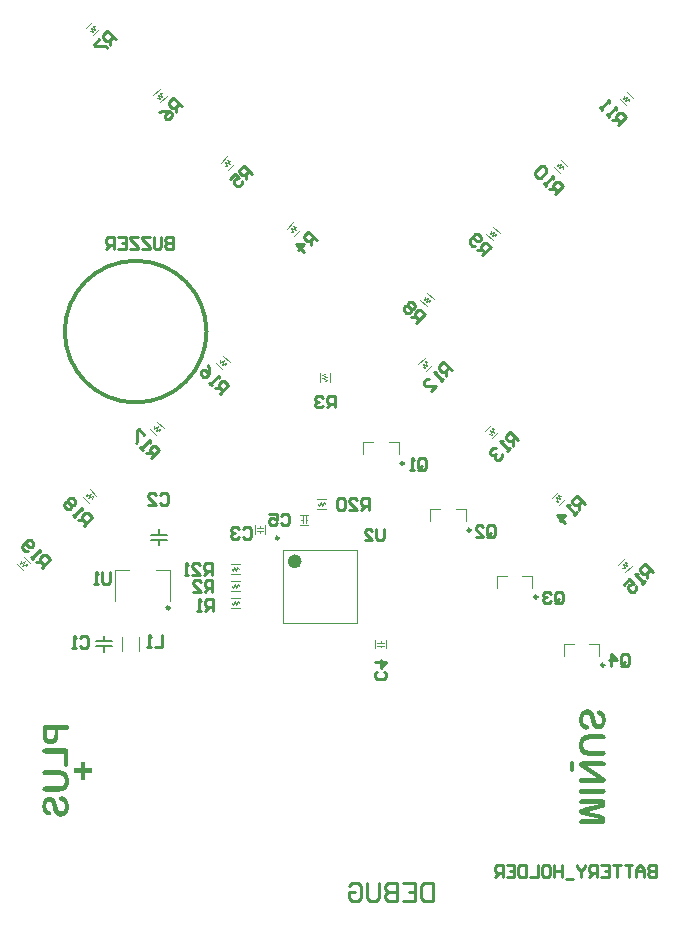
<source format=gbr>
%TF.GenerationSoftware,Altium Limited,Altium Designer,20.1.8 (145)*%
G04 Layer_Color=32896*
%FSLAX45Y45*%
%MOMM*%
%TF.SameCoordinates,793C4F5F-A07E-474B-A886-B682DA88F124*%
%TF.FilePolarity,Positive*%
%TF.FileFunction,Legend,Bot*%
%TF.Part,Single*%
G01*
G75*
%TA.AperFunction,NonConductor*%
%ADD37C,0.25000*%
%ADD38C,0.60000*%
%ADD39C,0.30480*%
%ADD40C,0.10160*%
%ADD41C,0.15240*%
%ADD42C,0.25400*%
G36*
X2227277Y-3201914D02*
X2232782Y-3202561D01*
X2237316Y-3203533D01*
X2241526Y-3204504D01*
X2244765Y-3205476D01*
X2247032Y-3206447D01*
X2248327Y-3207095D01*
X2248975Y-3207419D01*
X2253185Y-3209686D01*
X2256747Y-3212277D01*
X2259986Y-3215191D01*
X2262576Y-3217782D01*
X2264843Y-3220049D01*
X2266463Y-3221992D01*
X2267434Y-3223288D01*
X2267758Y-3223612D01*
X2270349Y-3227822D01*
X2272940Y-3232032D01*
X2274883Y-3236242D01*
X2276826Y-3240128D01*
X2278445Y-3243690D01*
X2279417Y-3246281D01*
X2280064Y-3248224D01*
X2280388Y-3248548D01*
Y-3248872D01*
X2283950Y-3260207D01*
X2285570Y-3265712D01*
X2287189Y-3270894D01*
X2288161Y-3275428D01*
X2289132Y-3278666D01*
X2289456Y-3279961D01*
Y-3280933D01*
X2289780Y-3281581D01*
Y-3281905D01*
X2291075Y-3287086D01*
X2292047Y-3291296D01*
X2293018Y-3294859D01*
X2293990Y-3297773D01*
X2294638Y-3300040D01*
X2294961Y-3301659D01*
X2295285Y-3302631D01*
Y-3302955D01*
X2296904Y-3307489D01*
X2298524Y-3311699D01*
X2299495Y-3313318D01*
X2299819Y-3314613D01*
X2300467Y-3315261D01*
Y-3315585D01*
X2303381Y-3319795D01*
X2305972Y-3322710D01*
X2307915Y-3324653D01*
X2308239Y-3324977D01*
X2308563Y-3325300D01*
X2312449Y-3327244D01*
X2316012Y-3328215D01*
X2317631D01*
X2318926Y-3328539D01*
X2319574D01*
X2319898D01*
X2323784Y-3328215D01*
X2327346Y-3326920D01*
X2330261Y-3325300D01*
X2332852Y-3323357D01*
X2335119Y-3321414D01*
X2336738Y-3319795D01*
X2337710Y-3318500D01*
X2338033Y-3318176D01*
X2340624Y-3313966D01*
X2342243Y-3309432D01*
X2343539Y-3304898D01*
X2344510Y-3300688D01*
X2345158Y-3296802D01*
X2345482Y-3293887D01*
Y-3290972D01*
X2345158Y-3284495D01*
X2344510Y-3279314D01*
X2343215Y-3274780D01*
X2341920Y-3270894D01*
X2340624Y-3268303D01*
X2339329Y-3266360D01*
X2338681Y-3265064D01*
X2338357Y-3264740D01*
X2335766Y-3261826D01*
X2332528Y-3258911D01*
X2329289Y-3256320D01*
X2326375Y-3254377D01*
X2323784Y-3252434D01*
X2321517Y-3251139D01*
X2320222Y-3250491D01*
X2319574Y-3250167D01*
X2316659Y-3248548D01*
X2314069Y-3246929D01*
X2311802Y-3245633D01*
X2309858Y-3244338D01*
X2308563Y-3243366D01*
X2307592Y-3242395D01*
X2307268Y-3242071D01*
X2306944Y-3241747D01*
X2305648Y-3240128D01*
X2305001Y-3238185D01*
X2303705Y-3234622D01*
Y-3233003D01*
X2303381Y-3231708D01*
Y-3230412D01*
X2303705Y-3227498D01*
X2304353Y-3224907D01*
X2305325Y-3222640D01*
X2306620Y-3220697D01*
X2307592Y-3219078D01*
X2308563Y-3217782D01*
X2309211Y-3217135D01*
X2309535Y-3216811D01*
X2311802Y-3214868D01*
X2314392Y-3213572D01*
X2316659Y-3212601D01*
X2318926Y-3211953D01*
X2320869Y-3211629D01*
X2322489Y-3211305D01*
X2323460D01*
X2323784D01*
X2327023Y-3211629D01*
X2329937Y-3211953D01*
X2332852Y-3212601D01*
X2335443Y-3213572D01*
X2337710Y-3214544D01*
X2339329Y-3215191D01*
X2340624Y-3215515D01*
X2340948Y-3215839D01*
X2344187Y-3217782D01*
X2347425Y-3219725D01*
X2350340Y-3221992D01*
X2352931Y-3224259D01*
X2355197Y-3226526D01*
X2356817Y-3228145D01*
X2357788Y-3229441D01*
X2358112Y-3229765D01*
X2361027Y-3233327D01*
X2363618Y-3237537D01*
X2365885Y-3241423D01*
X2367828Y-3245309D01*
X2369447Y-3248548D01*
X2370418Y-3251139D01*
X2371066Y-3253082D01*
X2371390Y-3253406D01*
Y-3253730D01*
X2373009Y-3259235D01*
X2374305Y-3265388D01*
X2375276Y-3270894D01*
X2375924Y-3276399D01*
X2376248Y-3280933D01*
X2376572Y-3284819D01*
Y-3288058D01*
X2376248Y-3297125D01*
X2375276Y-3305222D01*
X2374305Y-3312670D01*
X2373009Y-3319147D01*
X2372038Y-3321738D01*
X2371390Y-3324329D01*
X2370742Y-3326272D01*
X2370418Y-3328215D01*
X2369771Y-3329510D01*
X2369447Y-3330482D01*
X2369123Y-3331130D01*
Y-3331454D01*
X2366208Y-3337931D01*
X2362646Y-3343436D01*
X2359084Y-3348294D01*
X2355521Y-3352180D01*
X2352607Y-3355418D01*
X2350016Y-3357362D01*
X2348397Y-3358981D01*
X2348073Y-3359305D01*
X2347749D01*
X2342243Y-3362543D01*
X2337062Y-3364810D01*
X2331556Y-3366753D01*
X2326699Y-3367725D01*
X2322489Y-3368372D01*
X2318926Y-3368696D01*
X2317631Y-3369020D01*
X2316659D01*
X2316335D01*
X2316012D01*
X2309211Y-3368696D01*
X2303058Y-3367725D01*
X2297876Y-3366106D01*
X2293342Y-3364486D01*
X2289456Y-3362867D01*
X2286865Y-3361248D01*
X2285246Y-3360276D01*
X2284598Y-3359952D01*
X2280064Y-3356390D01*
X2276178Y-3352180D01*
X2272616Y-3348294D01*
X2269701Y-3344084D01*
X2267434Y-3340845D01*
X2265815Y-3337931D01*
X2264843Y-3335987D01*
X2264519Y-3335664D01*
Y-3335340D01*
X2261929Y-3329187D01*
X2259662Y-3322386D01*
X2257395Y-3315909D01*
X2255452Y-3309756D01*
X2254156Y-3304250D01*
X2253509Y-3301983D01*
X2252861Y-3300040D01*
X2252537Y-3298421D01*
X2252213Y-3297125D01*
X2251889Y-3296478D01*
Y-3296154D01*
X2250594Y-3290001D01*
X2248975Y-3284495D01*
X2247679Y-3279638D01*
X2246708Y-3275751D01*
X2245736Y-3272513D01*
X2245088Y-3270246D01*
X2244765Y-3268627D01*
X2244441Y-3268303D01*
X2242822Y-3264740D01*
X2241202Y-3261178D01*
X2239583Y-3258263D01*
X2237964Y-3255997D01*
X2236345Y-3254053D01*
X2235049Y-3252758D01*
X2234401Y-3251786D01*
X2234078Y-3251463D01*
X2231487Y-3249196D01*
X2228572Y-3247576D01*
X2225657Y-3246281D01*
X2223067Y-3245633D01*
X2220476Y-3244986D01*
X2218533Y-3244662D01*
X2217237D01*
X2216590D01*
X2211732Y-3245309D01*
X2207522Y-3246605D01*
X2203636Y-3248548D01*
X2200397Y-3250815D01*
X2197806Y-3253082D01*
X2195863Y-3255025D01*
X2194568Y-3256320D01*
X2194244Y-3256968D01*
X2191329Y-3261826D01*
X2189062Y-3267007D01*
X2187443Y-3272513D01*
X2186472Y-3277371D01*
X2185824Y-3281905D01*
X2185176Y-3285467D01*
Y-3288705D01*
X2185500Y-3293563D01*
X2185824Y-3298097D01*
X2186472Y-3301983D01*
X2187443Y-3305222D01*
X2188091Y-3307813D01*
X2188739Y-3309756D01*
X2189062Y-3311051D01*
X2189386Y-3311375D01*
X2191329Y-3314613D01*
X2192949Y-3317204D01*
X2194892Y-3319471D01*
X2196835Y-3321414D01*
X2198454Y-3323033D01*
X2199749Y-3324005D01*
X2200397Y-3324653D01*
X2200721Y-3324977D01*
X2206550Y-3328539D01*
X2209465Y-3329834D01*
X2212056Y-3331130D01*
X2214647Y-3332101D01*
X2216590Y-3333073D01*
X2217885Y-3333397D01*
X2218209Y-3333721D01*
X2221447Y-3335016D01*
X2224038Y-3336635D01*
X2226305Y-3337931D01*
X2227924Y-3339226D01*
X2229220Y-3340521D01*
X2230515Y-3341169D01*
X2230839Y-3341817D01*
X2231163Y-3342141D01*
X2232782Y-3344084D01*
X2233754Y-3345703D01*
X2235049Y-3349589D01*
X2235373Y-3351208D01*
X2235697Y-3352504D01*
Y-3353799D01*
X2235373Y-3356714D01*
X2234725Y-3359629D01*
X2233754Y-3361895D01*
X2232782Y-3363839D01*
X2231811Y-3365458D01*
X2230839Y-3366753D01*
X2230191Y-3367401D01*
X2229868Y-3367725D01*
X2227601Y-3369668D01*
X2225334Y-3370963D01*
X2223391Y-3371935D01*
X2221124Y-3372583D01*
X2219504Y-3372906D01*
X2217885Y-3373230D01*
X2216914D01*
X2216590D01*
X2211408Y-3372906D01*
X2206226Y-3371935D01*
X2201369Y-3370316D01*
X2197159Y-3368696D01*
X2193596Y-3367077D01*
X2190682Y-3365458D01*
X2188739Y-3364486D01*
X2188415Y-3364162D01*
X2188091D01*
X2182909Y-3360276D01*
X2178375Y-3356390D01*
X2174489Y-3352504D01*
X2171251Y-3348618D01*
X2168660Y-3345379D01*
X2166717Y-3342464D01*
X2165421Y-3340845D01*
X2165098Y-3340198D01*
X2161211Y-3332101D01*
X2158297Y-3323033D01*
X2156030Y-3314290D01*
X2154734Y-3305869D01*
X2154087Y-3302307D01*
X2153763Y-3298745D01*
X2153439Y-3295506D01*
Y-3292592D01*
X2153115Y-3290648D01*
Y-3287410D01*
X2153439Y-3277694D01*
X2154410Y-3268951D01*
X2156030Y-3261178D01*
X2157649Y-3254377D01*
X2158297Y-3251463D01*
X2158944Y-3248872D01*
X2159916Y-3246605D01*
X2160564Y-3244986D01*
X2161211Y-3243366D01*
X2161535Y-3242395D01*
X2161859Y-3241747D01*
Y-3241423D01*
X2165421Y-3234622D01*
X2169308Y-3228469D01*
X2173518Y-3223612D01*
X2177404Y-3219401D01*
X2180642Y-3216163D01*
X2183557Y-3213896D01*
X2185500Y-3212277D01*
X2185824Y-3211953D01*
X2186148D01*
X2192301Y-3208391D01*
X2198454Y-3205800D01*
X2204283Y-3204181D01*
X2209789Y-3202885D01*
X2214323Y-3202237D01*
X2218209Y-3201590D01*
X2219504D01*
X2220476D01*
X2221124D01*
X2221447D01*
X2227277Y-3201914D01*
D02*
G37*
G36*
X2354550Y-3413711D02*
X2358760Y-3414359D01*
X2361998Y-3415331D01*
X2364913Y-3416302D01*
X2367180Y-3417598D01*
X2368475Y-3418569D01*
X2369447Y-3419217D01*
X2369771Y-3419541D01*
X2372038Y-3422132D01*
X2373657Y-3424722D01*
X2374952Y-3427313D01*
X2375600Y-3429904D01*
X2376248Y-3432171D01*
X2376572Y-3434114D01*
Y-3435733D01*
X2376248Y-3439296D01*
X2375600Y-3442210D01*
X2374305Y-3444801D01*
X2373333Y-3447068D01*
X2372038Y-3449011D01*
X2370742Y-3450307D01*
X2370095Y-3450954D01*
X2369771Y-3451278D01*
X2367180Y-3453221D01*
X2363941Y-3454517D01*
X2360703Y-3455812D01*
X2357464Y-3456460D01*
X2354550Y-3456784D01*
X2352283Y-3457107D01*
X2350664D01*
X2350016D01*
X2242498D01*
X2237640D01*
X2232782Y-3457431D01*
X2228572Y-3458079D01*
X2224362Y-3458727D01*
X2220800Y-3459698D01*
X2217237Y-3460346D01*
X2211732Y-3462289D01*
X2207198Y-3464556D01*
X2203960Y-3466175D01*
X2202016Y-3467471D01*
X2201369Y-3467794D01*
X2199102Y-3470061D01*
X2196835Y-3472328D01*
X2193596Y-3477834D01*
X2191006Y-3483987D01*
X2189386Y-3489816D01*
X2188415Y-3495322D01*
X2188091Y-3497912D01*
Y-3499856D01*
X2187767Y-3501475D01*
Y-3504066D01*
X2188091Y-3510543D01*
X2188739Y-3516372D01*
X2189710Y-3521554D01*
X2191006Y-3525764D01*
X2192301Y-3529002D01*
X2193272Y-3531269D01*
X2193920Y-3532564D01*
X2194244Y-3533212D01*
X2197159Y-3536774D01*
X2200073Y-3539689D01*
X2203312Y-3542280D01*
X2206226Y-3544223D01*
X2208817Y-3545518D01*
X2211084Y-3546490D01*
X2212380Y-3547138D01*
X2213027Y-3547462D01*
X2217885Y-3548757D01*
X2223067Y-3549728D01*
X2227924Y-3550376D01*
X2232782Y-3550700D01*
X2236992Y-3551024D01*
X2240555Y-3551348D01*
X2241850D01*
X2242822D01*
X2243145D01*
X2243469D01*
X2350016D01*
X2354550Y-3551672D01*
X2358760Y-3552319D01*
X2361998Y-3553291D01*
X2364913Y-3554262D01*
X2367180Y-3555558D01*
X2368475Y-3556529D01*
X2369447Y-3557177D01*
X2369771Y-3557501D01*
X2372038Y-3559768D01*
X2373657Y-3562359D01*
X2374952Y-3565273D01*
X2375600Y-3567864D01*
X2376248Y-3570131D01*
X2376572Y-3572074D01*
Y-3573693D01*
X2376248Y-3577256D01*
X2375600Y-3580170D01*
X2374305Y-3582761D01*
X2373333Y-3585028D01*
X2372038Y-3586971D01*
X2370742Y-3588267D01*
X2370095Y-3588914D01*
X2369771Y-3589238D01*
X2367180Y-3591181D01*
X2363941Y-3592477D01*
X2360703Y-3593772D01*
X2357464Y-3594420D01*
X2354550Y-3594744D01*
X2352283Y-3595067D01*
X2350664D01*
X2350016D01*
X2246060D01*
X2237316Y-3594744D01*
X2229220Y-3594096D01*
X2221771Y-3593448D01*
X2215618Y-3592477D01*
X2210437Y-3591505D01*
X2208493Y-3591181D01*
X2206874Y-3590534D01*
X2205579Y-3590210D01*
X2204607D01*
X2203960Y-3589886D01*
X2203636D01*
X2197483Y-3587619D01*
X2191653Y-3585028D01*
X2186795Y-3582437D01*
X2182585Y-3579523D01*
X2179347Y-3577256D01*
X2176756Y-3575313D01*
X2175461Y-3574017D01*
X2174813Y-3573370D01*
X2170927Y-3568836D01*
X2167688Y-3563978D01*
X2164774Y-3559120D01*
X2162507Y-3554586D01*
X2160564Y-3550376D01*
X2159268Y-3547138D01*
X2158944Y-3545842D01*
X2158621Y-3544871D01*
X2158297Y-3544547D01*
Y-3544223D01*
X2156677Y-3537098D01*
X2155382Y-3529974D01*
X2154410Y-3522525D01*
X2153763Y-3515724D01*
X2153439Y-3509895D01*
Y-3507628D01*
X2153115Y-3505361D01*
Y-3501151D01*
X2153439Y-3493379D01*
X2153763Y-3486578D01*
X2154734Y-3480425D01*
X2155706Y-3474919D01*
X2156354Y-3470709D01*
X2157325Y-3467147D01*
X2157649Y-3466175D01*
Y-3465204D01*
X2157973Y-3464880D01*
Y-3464556D01*
X2159916Y-3459050D01*
X2162507Y-3453545D01*
X2165098Y-3449011D01*
X2167688Y-3444801D01*
X2169955Y-3441563D01*
X2171898Y-3438972D01*
X2173518Y-3437676D01*
X2173841Y-3437029D01*
X2178699Y-3432171D01*
X2183881Y-3428285D01*
X2188739Y-3425046D01*
X2193272Y-3422779D01*
X2197483Y-3420836D01*
X2200397Y-3419541D01*
X2201693Y-3419217D01*
X2202664Y-3418893D01*
X2202988Y-3418569D01*
X2203312D01*
X2210113Y-3416950D01*
X2217237Y-3415655D01*
X2224362Y-3414683D01*
X2231163Y-3414035D01*
X2236992Y-3413711D01*
X2239583Y-3413388D01*
X2241850D01*
X2243469D01*
X2245088D01*
X2245736D01*
X2246060D01*
X2350016D01*
X2354550Y-3413711D01*
D02*
G37*
G36*
X2094628Y-3642673D02*
X2097219Y-3643321D01*
X2099486Y-3643969D01*
X2101105Y-3644940D01*
X2102724Y-3646236D01*
X2103696Y-3646883D01*
X2104343Y-3647531D01*
X2104667Y-3647855D01*
X2106286Y-3650122D01*
X2107582Y-3652713D01*
X2108553Y-3655304D01*
X2109201Y-3657894D01*
X2109525Y-3660485D01*
X2109849Y-3662428D01*
Y-3710682D01*
X2109525Y-3714568D01*
X2109201Y-3717807D01*
X2108229Y-3720721D01*
X2107258Y-3722988D01*
X2106286Y-3724931D01*
X2105639Y-3726227D01*
X2104991Y-3726874D01*
X2104667Y-3727198D01*
X2102724Y-3728818D01*
X2100457Y-3730113D01*
X2098514Y-3731084D01*
X2096247Y-3731732D01*
X2094628Y-3732056D01*
X2093009Y-3732380D01*
X2092037D01*
X2091713D01*
X2088798Y-3732056D01*
X2086532Y-3731408D01*
X2084265Y-3730761D01*
X2082645Y-3729465D01*
X2081026Y-3728494D01*
X2080055Y-3727846D01*
X2079407Y-3727198D01*
X2079083Y-3726874D01*
X2077464Y-3724607D01*
X2076168Y-3722017D01*
X2075521Y-3719426D01*
X2074873Y-3716835D01*
X2074549Y-3714244D01*
X2074225Y-3712301D01*
Y-3664048D01*
X2074549Y-3660161D01*
X2074873Y-3656923D01*
X2075844Y-3654008D01*
X2076816Y-3651741D01*
X2077464Y-3650122D01*
X2078435Y-3648827D01*
X2078759Y-3648179D01*
X2079083Y-3647855D01*
X2081026Y-3645912D01*
X2082969Y-3644617D01*
X2085236Y-3643645D01*
X2087179Y-3642997D01*
X2089122Y-3642673D01*
X2090418Y-3642350D01*
X2091389D01*
X2091713D01*
X2094628Y-3642673D01*
D02*
G37*
G36*
X2355845Y-3643645D02*
X2359731Y-3644293D01*
X2362970Y-3644940D01*
X2365561Y-3645912D01*
X2367504Y-3647207D01*
X2368799Y-3647855D01*
X2369771Y-3648503D01*
X2370095Y-3648827D01*
X2372362Y-3651094D01*
X2373981Y-3653360D01*
X2374952Y-3655951D01*
X2375924Y-3658218D01*
X2376248Y-3660485D01*
X2376572Y-3662104D01*
Y-3663724D01*
X2376248Y-3666962D01*
X2375600Y-3669877D01*
X2374628Y-3672468D01*
X2373333Y-3674411D01*
X2372038Y-3676030D01*
X2371066Y-3677325D01*
X2370418Y-3677973D01*
X2370095Y-3678297D01*
X2367504Y-3679916D01*
X2364589Y-3681212D01*
X2361351Y-3682183D01*
X2358436Y-3682831D01*
X2355521Y-3683155D01*
X2353254Y-3683479D01*
X2351959D01*
X2351311D01*
X2223067D01*
X2350340Y-3768003D01*
X2354226Y-3770594D01*
X2357788Y-3772861D01*
X2359084Y-3773509D01*
X2360055Y-3774157D01*
X2360703Y-3774804D01*
X2361027D01*
X2364589Y-3777071D01*
X2367180Y-3779338D01*
X2368799Y-3780634D01*
X2369447Y-3781281D01*
X2371714Y-3783872D01*
X2373333Y-3786139D01*
X2374305Y-3788082D01*
X2374628Y-3788406D01*
Y-3788730D01*
X2375924Y-3791968D01*
X2376248Y-3795207D01*
X2376572Y-3796826D01*
Y-3798769D01*
X2376248Y-3801360D01*
X2375924Y-3804275D01*
X2375276Y-3806542D01*
X2374628Y-3808808D01*
X2373657Y-3810428D01*
X2373009Y-3811723D01*
X2372685Y-3812695D01*
X2372362Y-3813019D01*
X2370742Y-3815285D01*
X2368799Y-3817229D01*
X2367180Y-3818848D01*
X2365237Y-3819819D01*
X2363618Y-3820791D01*
X2362646Y-3821439D01*
X2361674Y-3822086D01*
X2361351D01*
X2358760Y-3822734D01*
X2356169Y-3823382D01*
X2350664Y-3824029D01*
X2348397Y-3824353D01*
X2346454D01*
X2345158D01*
X2344834D01*
X2178052D01*
X2173841Y-3824029D01*
X2169955Y-3823382D01*
X2166717Y-3822734D01*
X2164126Y-3821439D01*
X2161859Y-3820467D01*
X2160564Y-3819819D01*
X2159592Y-3819172D01*
X2159268Y-3818848D01*
X2157325Y-3816581D01*
X2155706Y-3814314D01*
X2154734Y-3811723D01*
X2153763Y-3809456D01*
X2153439Y-3807189D01*
X2153115Y-3805570D01*
Y-3803951D01*
X2153439Y-3800712D01*
X2154087Y-3797798D01*
X2155058Y-3795207D01*
X2156354Y-3792940D01*
X2157325Y-3791321D01*
X2158297Y-3790025D01*
X2158944Y-3789377D01*
X2159268Y-3789054D01*
X2161859Y-3787111D01*
X2165098Y-3785815D01*
X2168012Y-3784520D01*
X2171251Y-3783872D01*
X2173841Y-3783548D01*
X2176108Y-3783224D01*
X2177404D01*
X2178052D01*
X2304677D01*
X2178699Y-3701290D01*
X2174813Y-3698699D01*
X2171898Y-3696433D01*
X2170603Y-3695461D01*
X2169631Y-3694813D01*
X2168984Y-3694166D01*
X2168660D01*
X2165421Y-3691575D01*
X2162507Y-3688984D01*
X2160887Y-3687365D01*
X2160564Y-3687041D01*
X2160240Y-3686717D01*
X2157973Y-3683479D01*
X2156354Y-3680564D01*
X2155706Y-3679268D01*
X2155382Y-3678621D01*
X2155058Y-3677973D01*
Y-3677649D01*
X2154087Y-3673763D01*
X2153439Y-3670525D01*
X2153115Y-3668905D01*
Y-3666962D01*
X2153439Y-3662752D01*
X2154410Y-3659190D01*
X2155706Y-3655951D01*
X2157649Y-3653360D01*
X2159592Y-3651094D01*
X2162183Y-3649150D01*
X2164450Y-3647531D01*
X2167364Y-3646236D01*
X2172546Y-3644617D01*
X2174813Y-3643969D01*
X2176756Y-3643645D01*
X2178699Y-3643321D01*
X2179995D01*
X2180966D01*
X2181290D01*
X2351311D01*
X2355845Y-3643645D01*
D02*
G37*
G36*
X2354550Y-3874226D02*
X2358760Y-3874874D01*
X2361998Y-3875845D01*
X2364913Y-3876817D01*
X2367180Y-3878112D01*
X2368475Y-3879084D01*
X2369447Y-3879732D01*
X2369771Y-3880055D01*
X2372038Y-3882646D01*
X2373657Y-3885237D01*
X2374952Y-3887828D01*
X2375600Y-3890419D01*
X2376248Y-3892686D01*
X2376572Y-3894629D01*
Y-3896248D01*
X2376248Y-3899486D01*
X2375600Y-3902725D01*
X2374305Y-3905316D01*
X2373333Y-3907583D01*
X2372038Y-3909202D01*
X2370742Y-3910821D01*
X2370095Y-3911469D01*
X2369771Y-3911793D01*
X2367180Y-3913736D01*
X2363941Y-3915031D01*
X2360703Y-3916327D01*
X2357464Y-3916974D01*
X2354550Y-3917298D01*
X2352283Y-3917622D01*
X2350664D01*
X2350016D01*
X2179671D01*
X2175137Y-3917298D01*
X2170927Y-3916651D01*
X2167364Y-3915679D01*
X2164774Y-3914707D01*
X2162507Y-3913736D01*
X2160887Y-3912764D01*
X2159916Y-3912117D01*
X2159592Y-3911793D01*
X2157325Y-3909202D01*
X2155706Y-3906611D01*
X2154734Y-3904020D01*
X2154087Y-3901753D01*
X2153439Y-3899486D01*
X2153115Y-3897867D01*
Y-3896248D01*
X2153439Y-3892686D01*
X2154087Y-3889447D01*
X2155058Y-3886856D01*
X2156354Y-3884266D01*
X2157649Y-3882646D01*
X2158621Y-3881027D01*
X2159268Y-3880379D01*
X2159592Y-3880055D01*
X2162183Y-3878112D01*
X2165421Y-3876493D01*
X2168660Y-3875522D01*
X2172222Y-3874550D01*
X2175137Y-3874226D01*
X2177404Y-3873902D01*
X2179023D01*
X2179671D01*
X2350016D01*
X2354550Y-3874226D01*
D02*
G37*
G36*
X2353578Y-3964904D02*
X2357788Y-3965876D01*
X2361027Y-3966847D01*
X2363618Y-3968143D01*
X2365561Y-3969762D01*
X2366856Y-3970733D01*
X2367504Y-3971705D01*
X2367828Y-3972029D01*
X2369447Y-3974944D01*
X2370742Y-3978182D01*
X2371714Y-3981744D01*
X2372362Y-3984983D01*
X2372685Y-3987574D01*
X2373009Y-3990164D01*
Y-4009919D01*
X2372685Y-4013482D01*
X2372362Y-4016720D01*
X2372038Y-4018987D01*
X2371390Y-4020930D01*
X2371066Y-4022549D01*
X2370742Y-4023197D01*
Y-4023521D01*
X2369771Y-4025464D01*
X2368475Y-4027083D01*
X2365885Y-4029674D01*
X2364589Y-4030646D01*
X2363618Y-4030970D01*
X2362970Y-4031617D01*
X2362646D01*
X2360055Y-4032589D01*
X2357141Y-4033560D01*
X2350987Y-4035503D01*
X2348397Y-4036151D01*
X2346130Y-4036799D01*
X2344510Y-4037447D01*
X2343863D01*
X2225657Y-4068860D01*
X2343863Y-4100597D01*
X2348397Y-4101893D01*
X2352283Y-4102864D01*
X2355521Y-4103836D01*
X2358112Y-4104807D01*
X2360055Y-4105779D01*
X2361674Y-4106103D01*
X2362322Y-4106750D01*
X2362646D01*
X2364589Y-4107722D01*
X2366532Y-4109017D01*
X2368799Y-4111608D01*
X2370418Y-4113875D01*
X2370742Y-4114523D01*
Y-4114847D01*
X2371390Y-4117114D01*
X2372038Y-4120028D01*
X2372685Y-4125534D01*
X2373009Y-4128125D01*
Y-4145936D01*
X2372685Y-4150470D01*
X2372362Y-4154356D01*
X2371390Y-4157919D01*
X2370418Y-4160833D01*
X2369447Y-4163100D01*
X2368799Y-4164720D01*
X2368151Y-4165691D01*
X2367828Y-4166015D01*
X2365561Y-4168282D01*
X2362646Y-4170225D01*
X2359731Y-4171520D01*
X2356493Y-4172168D01*
X2353578Y-4172816D01*
X2350987Y-4173140D01*
X2349368D01*
X2349044D01*
X2348720D01*
X2177728D01*
X2173194Y-4172816D01*
X2169631Y-4172168D01*
X2166393Y-4171520D01*
X2163478Y-4170225D01*
X2161535Y-4169254D01*
X2160240Y-4168606D01*
X2159268Y-4167958D01*
X2158944Y-4167634D01*
X2157001Y-4165367D01*
X2155706Y-4163100D01*
X2154410Y-4160833D01*
X2153763Y-4158566D01*
X2153439Y-4156300D01*
X2153115Y-4154680D01*
Y-4153385D01*
X2153439Y-4150146D01*
X2154087Y-4147232D01*
X2155058Y-4144641D01*
X2156354Y-4142698D01*
X2157325Y-4141079D01*
X2158297Y-4139783D01*
X2158944Y-4139135D01*
X2159268Y-4138812D01*
X2161859Y-4136869D01*
X2164774Y-4135573D01*
X2167688Y-4134278D01*
X2170927Y-4133630D01*
X2173518Y-4133306D01*
X2175785Y-4132982D01*
X2177080D01*
X2177728D01*
X2327023D01*
X2189062Y-4098330D01*
X2184205Y-4097035D01*
X2180318Y-4096063D01*
X2178375Y-4095740D01*
X2177080Y-4095416D01*
X2176432Y-4095092D01*
X2176108D01*
X2171898Y-4093473D01*
X2168012Y-4091853D01*
X2166717Y-4091206D01*
X2165745Y-4090558D01*
X2165098Y-4090234D01*
X2164774D01*
X2161211Y-4087643D01*
X2158621Y-4085053D01*
X2157001Y-4083109D01*
X2156354Y-4082462D01*
Y-4082138D01*
X2154410Y-4077604D01*
X2153439Y-4073394D01*
Y-4071451D01*
X2153115Y-4070155D01*
Y-4068860D01*
X2153439Y-4065298D01*
X2153763Y-4062059D01*
X2154734Y-4059468D01*
X2155706Y-4057201D01*
X2156354Y-4055258D01*
X2157325Y-4053963D01*
X2157649Y-4053315D01*
X2157973Y-4052991D01*
X2159916Y-4051048D01*
X2161859Y-4049429D01*
X2165745Y-4046838D01*
X2167041Y-4046191D01*
X2168336Y-4045543D01*
X2168984Y-4045219D01*
X2169308D01*
X2171898Y-4044247D01*
X2175137Y-4043276D01*
X2181614Y-4041657D01*
X2184529Y-4041009D01*
X2186795Y-4040361D01*
X2188415Y-4039714D01*
X2189062D01*
X2327023Y-4004738D01*
X2177728D01*
X2173518Y-4004414D01*
X2169631Y-4003766D01*
X2166393Y-4003118D01*
X2163802Y-4001823D01*
X2161859Y-4000852D01*
X2160564Y-4000204D01*
X2159592Y-3999556D01*
X2159268Y-3999232D01*
X2157325Y-3996965D01*
X2155706Y-3994698D01*
X2154734Y-3992431D01*
X2153763Y-3990164D01*
X2153439Y-3987898D01*
X2153115Y-3986278D01*
Y-3984983D01*
X2153439Y-3981744D01*
X2154087Y-3978830D01*
X2155058Y-3976239D01*
X2156354Y-3974296D01*
X2157325Y-3972677D01*
X2158297Y-3971381D01*
X2158944Y-3970733D01*
X2159268Y-3970410D01*
X2161859Y-3968467D01*
X2164774Y-3967171D01*
X2167688Y-3965876D01*
X2170927Y-3965228D01*
X2173518Y-3964904D01*
X2175785Y-3964580D01*
X2177080D01*
X2177728D01*
X2348720D01*
X2353578Y-3964904D01*
D02*
G37*
G36*
X-2189782Y-3332435D02*
X-2185896Y-3333083D01*
X-2182333Y-3334055D01*
X-2179742Y-3335026D01*
X-2177475Y-3335998D01*
X-2175856Y-3336969D01*
X-2174885Y-3337617D01*
X-2174561Y-3337941D01*
X-2172294Y-3340532D01*
X-2170675Y-3343122D01*
X-2169703Y-3345713D01*
X-2169055Y-3348304D01*
X-2168408Y-3350571D01*
X-2168084Y-3352190D01*
Y-3353809D01*
X-2168408Y-3357048D01*
X-2169055Y-3360286D01*
X-2170027Y-3362877D01*
X-2171322Y-3365144D01*
X-2172618Y-3366763D01*
X-2173589Y-3368383D01*
X-2174237Y-3369030D01*
X-2174561Y-3369354D01*
X-2177475Y-3371621D01*
X-2180714Y-3373240D01*
X-2183952Y-3374212D01*
X-2187191Y-3375183D01*
X-2190106Y-3375507D01*
X-2192373Y-3375831D01*
X-2193992D01*
X-2194640D01*
X-2255847D01*
Y-3415665D01*
X-2256171Y-3423113D01*
X-2256495Y-3429914D01*
X-2257466Y-3436391D01*
X-2258438Y-3442220D01*
X-2259733Y-3447726D01*
X-2261029Y-3452584D01*
X-2262648Y-3457118D01*
X-2264267Y-3461328D01*
X-2265887Y-3464890D01*
X-2267506Y-3468128D01*
X-2268801Y-3470719D01*
X-2270097Y-3472662D01*
X-2271068Y-3474282D01*
X-2272040Y-3475577D01*
X-2272364Y-3476225D01*
X-2272687Y-3476549D01*
X-2276250Y-3480111D01*
X-2279812Y-3483349D01*
X-2283698Y-3485940D01*
X-2287908Y-3488207D01*
X-2291795Y-3490474D01*
X-2296005Y-3492093D01*
X-2304101Y-3494360D01*
X-2307987Y-3495332D01*
X-2311549Y-3495980D01*
X-2314788Y-3496303D01*
X-2317379Y-3496627D01*
X-2319646Y-3496951D01*
X-2321589D01*
X-2322560D01*
X-2322884D01*
X-2328713Y-3496627D01*
X-2333895Y-3496303D01*
X-2338429Y-3495332D01*
X-2342639Y-3494360D01*
X-2345877Y-3493389D01*
X-2348468Y-3492741D01*
X-2350088Y-3492093D01*
X-2350735Y-3491769D01*
X-2355269Y-3489826D01*
X-2359155Y-3487559D01*
X-2362718Y-3484969D01*
X-2365632Y-3482702D01*
X-2368223Y-3480435D01*
X-2369842Y-3478815D01*
X-2371138Y-3477520D01*
X-2371462Y-3477196D01*
X-2374376Y-3473310D01*
X-2377291Y-3469424D01*
X-2379234Y-3465538D01*
X-2381177Y-3461975D01*
X-2382473Y-3459061D01*
X-2383444Y-3456470D01*
X-2383768Y-3454851D01*
X-2384092Y-3454203D01*
X-2385387Y-3448697D01*
X-2386359Y-3442544D01*
X-2387006Y-3436391D01*
X-2387654Y-3430238D01*
Y-3424733D01*
X-2387978Y-3422142D01*
Y-3359639D01*
X-2387654Y-3354457D01*
X-2387006Y-3350247D01*
X-2386035Y-3346685D01*
X-2384739Y-3343770D01*
X-2383444Y-3341503D01*
X-2382473Y-3339884D01*
X-2381825Y-3338912D01*
X-2381501Y-3338588D01*
X-2378910Y-3336321D01*
X-2375672Y-3334702D01*
X-2372433Y-3333731D01*
X-2368871Y-3333083D01*
X-2365956Y-3332435D01*
X-2363365Y-3332111D01*
X-2361746D01*
X-2361422D01*
X-2361098D01*
X-2194316D01*
X-2189782Y-3332435D01*
D02*
G37*
G36*
X-2193344Y-3532898D02*
X-2189134Y-3533546D01*
X-2185572Y-3534518D01*
X-2182657Y-3535813D01*
X-2180714Y-3536785D01*
X-2179095Y-3537756D01*
X-2178123Y-3538404D01*
X-2177799Y-3538728D01*
X-2175856Y-3541319D01*
X-2174237Y-3544557D01*
X-2173265Y-3547796D01*
X-2172294Y-3551358D01*
X-2171970Y-3554273D01*
X-2171646Y-3556863D01*
Y-3665029D01*
X-2171970Y-3668915D01*
X-2172294Y-3672154D01*
X-2173265Y-3674745D01*
X-2174237Y-3677012D01*
X-2174885Y-3678955D01*
X-2175856Y-3680250D01*
X-2176180Y-3680898D01*
X-2176504Y-3681222D01*
X-2178447Y-3683165D01*
X-2180714Y-3684460D01*
X-2182657Y-3685756D01*
X-2184924Y-3686403D01*
X-2186543Y-3686727D01*
X-2188163Y-3687051D01*
X-2189134D01*
X-2189458D01*
X-2192373Y-3686727D01*
X-2194640Y-3686079D01*
X-2196906Y-3685108D01*
X-2198850Y-3684136D01*
X-2200469Y-3683165D01*
X-2201440Y-3682193D01*
X-2202088Y-3681546D01*
X-2202412Y-3681222D01*
X-2204031Y-3678955D01*
X-2205327Y-3676364D01*
X-2206298Y-3673773D01*
X-2206946Y-3671182D01*
X-2207270Y-3668592D01*
X-2207594Y-3666648D01*
Y-3576294D01*
X-2364985D01*
X-2369519Y-3575970D01*
X-2373729Y-3575323D01*
X-2376967Y-3574351D01*
X-2379882Y-3573380D01*
X-2382149Y-3572084D01*
X-2383444Y-3571113D01*
X-2384416Y-3570465D01*
X-2384739Y-3570141D01*
X-2387006Y-3567550D01*
X-2388626Y-3564960D01*
X-2389921Y-3562369D01*
X-2390569Y-3559778D01*
X-2391216Y-3557511D01*
X-2391540Y-3555568D01*
Y-3553949D01*
X-2391216Y-3550386D01*
X-2390569Y-3547472D01*
X-2389273Y-3544881D01*
X-2388302Y-3542614D01*
X-2387006Y-3540671D01*
X-2385711Y-3539375D01*
X-2385063Y-3538728D01*
X-2384739Y-3538404D01*
X-2382149Y-3536461D01*
X-2378910Y-3535165D01*
X-2375672Y-3533870D01*
X-2372433Y-3533222D01*
X-2369519Y-3532898D01*
X-2367252Y-3532575D01*
X-2365632D01*
X-2364985D01*
X-2198202D01*
X-2193344Y-3532898D01*
D02*
G37*
G36*
X-2029606Y-3701624D02*
X-1973256D01*
Y-3739839D01*
X-2029606D01*
Y-3796512D01*
X-2068144D01*
Y-3739839D01*
X-2124817D01*
Y-3701624D01*
X-2068144D01*
Y-3644951D01*
X-2029606D01*
Y-3701624D01*
D02*
G37*
G36*
X-2252285Y-3716845D02*
X-2244189Y-3717493D01*
X-2236740Y-3718141D01*
X-2230587Y-3719112D01*
X-2225405Y-3720084D01*
X-2223462Y-3720408D01*
X-2221843Y-3721055D01*
X-2220548Y-3721379D01*
X-2219576D01*
X-2218928Y-3721703D01*
X-2218604D01*
X-2212451Y-3723970D01*
X-2206622Y-3726561D01*
X-2201764Y-3729152D01*
X-2197554Y-3732066D01*
X-2194316Y-3734333D01*
X-2191725Y-3736276D01*
X-2190429Y-3737572D01*
X-2189782Y-3738219D01*
X-2185896Y-3742753D01*
X-2182657Y-3747611D01*
X-2179742Y-3752469D01*
X-2177475Y-3757003D01*
X-2175532Y-3761213D01*
X-2174237Y-3764451D01*
X-2173913Y-3765747D01*
X-2173589Y-3766718D01*
X-2173265Y-3767042D01*
Y-3767366D01*
X-2171646Y-3774491D01*
X-2170351Y-3781615D01*
X-2169379Y-3789064D01*
X-2168732Y-3795865D01*
X-2168408Y-3801694D01*
Y-3803961D01*
X-2168084Y-3806228D01*
Y-3810438D01*
X-2168408Y-3818210D01*
X-2168732Y-3825011D01*
X-2169703Y-3831164D01*
X-2170675Y-3836670D01*
X-2171322Y-3840880D01*
X-2172294Y-3844442D01*
X-2172618Y-3845414D01*
Y-3846385D01*
X-2172942Y-3846709D01*
Y-3847033D01*
X-2174885Y-3852538D01*
X-2177475Y-3858044D01*
X-2180066Y-3862578D01*
X-2182657Y-3866788D01*
X-2184924Y-3870026D01*
X-2186867Y-3872617D01*
X-2188486Y-3873912D01*
X-2188810Y-3874560D01*
X-2193668Y-3879418D01*
X-2198850Y-3883304D01*
X-2203707Y-3886543D01*
X-2208241Y-3888810D01*
X-2212451Y-3890753D01*
X-2215366Y-3892048D01*
X-2216661Y-3892372D01*
X-2217633Y-3892696D01*
X-2217957Y-3893020D01*
X-2218281D01*
X-2225081Y-3894639D01*
X-2232206Y-3895934D01*
X-2239331Y-3896906D01*
X-2246132Y-3897554D01*
X-2251961Y-3897877D01*
X-2254552Y-3898201D01*
X-2256819D01*
X-2258438D01*
X-2260057D01*
X-2260705D01*
X-2261029D01*
X-2364985D01*
X-2369519Y-3897877D01*
X-2373729Y-3897230D01*
X-2376967Y-3896258D01*
X-2379882Y-3895287D01*
X-2382149Y-3893991D01*
X-2383444Y-3893020D01*
X-2384416Y-3892372D01*
X-2384739Y-3892048D01*
X-2387006Y-3889457D01*
X-2388626Y-3886866D01*
X-2389921Y-3884276D01*
X-2390569Y-3881685D01*
X-2391216Y-3879418D01*
X-2391540Y-3877475D01*
Y-3875856D01*
X-2391216Y-3872293D01*
X-2390569Y-3869379D01*
X-2389273Y-3866788D01*
X-2388302Y-3864521D01*
X-2387006Y-3862578D01*
X-2385711Y-3861282D01*
X-2385063Y-3860635D01*
X-2384739Y-3860311D01*
X-2382149Y-3858368D01*
X-2378910Y-3857072D01*
X-2375672Y-3855777D01*
X-2372433Y-3855129D01*
X-2369519Y-3854805D01*
X-2367252Y-3854481D01*
X-2365632D01*
X-2364985D01*
X-2257466D01*
X-2252609D01*
X-2247751Y-3854158D01*
X-2243541Y-3853510D01*
X-2239331Y-3852862D01*
X-2235768Y-3851891D01*
X-2232206Y-3851243D01*
X-2226701Y-3849300D01*
X-2222167Y-3847033D01*
X-2218928Y-3845414D01*
X-2216985Y-3844118D01*
X-2216337Y-3843794D01*
X-2214071Y-3841527D01*
X-2211804Y-3839261D01*
X-2208565Y-3833755D01*
X-2205974Y-3827602D01*
X-2204355Y-3821773D01*
X-2203383Y-3816267D01*
X-2203060Y-3813676D01*
Y-3811733D01*
X-2202736Y-3810114D01*
Y-3807523D01*
X-2203060Y-3801046D01*
X-2203707Y-3795217D01*
X-2204679Y-3790035D01*
X-2205974Y-3785825D01*
X-2207270Y-3782587D01*
X-2208241Y-3780320D01*
X-2208889Y-3779024D01*
X-2209213Y-3778377D01*
X-2212127Y-3774814D01*
X-2215042Y-3771900D01*
X-2218281Y-3769309D01*
X-2221195Y-3767366D01*
X-2223786Y-3766070D01*
X-2226053Y-3765099D01*
X-2227348Y-3764451D01*
X-2227996Y-3764127D01*
X-2232854Y-3762832D01*
X-2238035Y-3761860D01*
X-2242893Y-3761213D01*
X-2247751Y-3760889D01*
X-2251961Y-3760565D01*
X-2255523Y-3760241D01*
X-2256819D01*
X-2257790D01*
X-2258114D01*
X-2258438D01*
X-2364985D01*
X-2369519Y-3759917D01*
X-2373729Y-3759270D01*
X-2376967Y-3758298D01*
X-2379882Y-3757326D01*
X-2382149Y-3756031D01*
X-2383444Y-3755060D01*
X-2384416Y-3754412D01*
X-2384739Y-3754088D01*
X-2387006Y-3751821D01*
X-2388626Y-3749230D01*
X-2389921Y-3746316D01*
X-2390569Y-3743725D01*
X-2391216Y-3741458D01*
X-2391540Y-3739515D01*
Y-3737895D01*
X-2391216Y-3734333D01*
X-2390569Y-3731418D01*
X-2389273Y-3728828D01*
X-2388302Y-3726561D01*
X-2387006Y-3724618D01*
X-2385711Y-3723322D01*
X-2385063Y-3722675D01*
X-2384739Y-3722351D01*
X-2382149Y-3720408D01*
X-2378910Y-3719112D01*
X-2375672Y-3717817D01*
X-2372433Y-3717169D01*
X-2369519Y-3716845D01*
X-2367252Y-3716521D01*
X-2365632D01*
X-2364985D01*
X-2261029D01*
X-2252285Y-3716845D01*
D02*
G37*
G36*
X-2226377Y-3938682D02*
X-2221195Y-3939654D01*
X-2216337Y-3941273D01*
X-2212127Y-3942893D01*
X-2208565Y-3944512D01*
X-2205650Y-3946131D01*
X-2203707Y-3947103D01*
X-2203383Y-3947426D01*
X-2203060D01*
X-2197878Y-3951313D01*
X-2193344Y-3955199D01*
X-2189458Y-3959085D01*
X-2186219Y-3962971D01*
X-2183629Y-3966210D01*
X-2181686Y-3969124D01*
X-2180390Y-3970744D01*
X-2180066Y-3971391D01*
X-2176180Y-3979488D01*
X-2173265Y-3988555D01*
X-2170998Y-3997299D01*
X-2169703Y-4005719D01*
X-2169055Y-4009282D01*
X-2168732Y-4012844D01*
X-2168408Y-4016083D01*
Y-4018997D01*
X-2168084Y-4020940D01*
Y-4024179D01*
X-2168408Y-4033894D01*
X-2169379Y-4042638D01*
X-2170998Y-4050411D01*
X-2172618Y-4057212D01*
X-2173265Y-4060126D01*
X-2173913Y-4062717D01*
X-2174885Y-4064984D01*
X-2175532Y-4066603D01*
X-2176180Y-4068222D01*
X-2176504Y-4069194D01*
X-2176828Y-4069842D01*
Y-4070166D01*
X-2180390Y-4076966D01*
X-2184276Y-4083120D01*
X-2188486Y-4087977D01*
X-2192373Y-4092187D01*
X-2195611Y-4095426D01*
X-2198526Y-4097693D01*
X-2200469Y-4099312D01*
X-2200793Y-4099636D01*
X-2201117D01*
X-2207270Y-4103198D01*
X-2213423Y-4105789D01*
X-2219252Y-4107408D01*
X-2224758Y-4108704D01*
X-2229291Y-4109351D01*
X-2233178Y-4109999D01*
X-2234473D01*
X-2235445D01*
X-2236092D01*
X-2236416D01*
X-2242245Y-4109675D01*
X-2247751Y-4109028D01*
X-2252285Y-4108056D01*
X-2256495Y-4107084D01*
X-2259733Y-4106113D01*
X-2262000Y-4105141D01*
X-2263296Y-4104494D01*
X-2263943Y-4104170D01*
X-2268153Y-4101903D01*
X-2271716Y-4099312D01*
X-2274954Y-4096397D01*
X-2277545Y-4093807D01*
X-2279812Y-4091540D01*
X-2281431Y-4089597D01*
X-2282403Y-4088301D01*
X-2282727Y-4087977D01*
X-2285318Y-4083767D01*
X-2287908Y-4079557D01*
X-2289851Y-4075347D01*
X-2291795Y-4071461D01*
X-2293414Y-4067899D01*
X-2294385Y-4065308D01*
X-2295033Y-4063365D01*
X-2295357Y-4063041D01*
Y-4062717D01*
X-2298919Y-4051382D01*
X-2300538Y-4045877D01*
X-2302158Y-4040695D01*
X-2303129Y-4036161D01*
X-2304101Y-4032923D01*
X-2304425Y-4031627D01*
Y-4030656D01*
X-2304749Y-4030008D01*
Y-4029684D01*
X-2306044Y-4024503D01*
X-2307015Y-4020293D01*
X-2307987Y-4016730D01*
X-2308959Y-4013816D01*
X-2309606Y-4011549D01*
X-2309930Y-4009929D01*
X-2310254Y-4008958D01*
Y-4008634D01*
X-2311873Y-4004100D01*
X-2313492Y-3999890D01*
X-2314464Y-3998271D01*
X-2314788Y-3996975D01*
X-2315436Y-3996328D01*
Y-3996004D01*
X-2318350Y-3991794D01*
X-2320941Y-3988879D01*
X-2322884Y-3986936D01*
X-2323208Y-3986612D01*
X-2323532Y-3986288D01*
X-2327418Y-3984345D01*
X-2330980Y-3983374D01*
X-2332600D01*
X-2333895Y-3983050D01*
X-2334543D01*
X-2334867D01*
X-2338753Y-3983374D01*
X-2342315Y-3984669D01*
X-2345230Y-3986288D01*
X-2347821Y-3988232D01*
X-2350088Y-3990175D01*
X-2351707Y-3991794D01*
X-2352678Y-3993089D01*
X-2353002Y-3993413D01*
X-2355593Y-3997623D01*
X-2357212Y-4002157D01*
X-2358508Y-4006691D01*
X-2359479Y-4010901D01*
X-2360127Y-4014787D01*
X-2360451Y-4017702D01*
Y-4020617D01*
X-2360127Y-4027094D01*
X-2359479Y-4032275D01*
X-2358184Y-4036809D01*
X-2356888Y-4040695D01*
X-2355593Y-4043286D01*
X-2354298Y-4045229D01*
X-2353650Y-4046525D01*
X-2353326Y-4046848D01*
X-2350735Y-4049763D01*
X-2347497Y-4052678D01*
X-2344258Y-4055268D01*
X-2341344Y-4057212D01*
X-2338753Y-4059155D01*
X-2336486Y-4060450D01*
X-2335190Y-4061098D01*
X-2334543Y-4061422D01*
X-2331628Y-4063041D01*
X-2329037Y-4064660D01*
X-2326770Y-4065956D01*
X-2324827Y-4067251D01*
X-2323532Y-4068222D01*
X-2322560Y-4069194D01*
X-2322236Y-4069518D01*
X-2321913Y-4069842D01*
X-2320617Y-4071461D01*
X-2319969Y-4073404D01*
X-2318674Y-4076966D01*
Y-4078586D01*
X-2318350Y-4079881D01*
Y-4081176D01*
X-2318674Y-4084091D01*
X-2319322Y-4086682D01*
X-2320293Y-4088949D01*
X-2321589Y-4090892D01*
X-2322560Y-4092511D01*
X-2323532Y-4093807D01*
X-2324180Y-4094454D01*
X-2324503Y-4094778D01*
X-2326770Y-4096721D01*
X-2329361Y-4098017D01*
X-2331628Y-4098988D01*
X-2333895Y-4099636D01*
X-2335838Y-4099960D01*
X-2337457Y-4100284D01*
X-2338429D01*
X-2338753D01*
X-2341991Y-4099960D01*
X-2344906Y-4099636D01*
X-2347821Y-4098988D01*
X-2350411Y-4098017D01*
X-2352678Y-4097045D01*
X-2354298Y-4096397D01*
X-2355593Y-4096074D01*
X-2355917Y-4095750D01*
X-2359155Y-4093807D01*
X-2362394Y-4091864D01*
X-2365308Y-4089597D01*
X-2367899Y-4087330D01*
X-2370166Y-4085063D01*
X-2371785Y-4083443D01*
X-2372757Y-4082148D01*
X-2373081Y-4081824D01*
X-2375996Y-4078262D01*
X-2378586Y-4074052D01*
X-2380853Y-4070166D01*
X-2382796Y-4066279D01*
X-2384416Y-4063041D01*
X-2385387Y-4060450D01*
X-2386035Y-4058507D01*
X-2386359Y-4058183D01*
Y-4057859D01*
X-2387978Y-4052354D01*
X-2389273Y-4046201D01*
X-2390245Y-4040695D01*
X-2390893Y-4035190D01*
X-2391216Y-4030656D01*
X-2391540Y-4026770D01*
Y-4023531D01*
X-2391216Y-4014463D01*
X-2390245Y-4006367D01*
X-2389273Y-3998919D01*
X-2387978Y-3992442D01*
X-2387006Y-3989851D01*
X-2386359Y-3987260D01*
X-2385711Y-3985317D01*
X-2385387Y-3983374D01*
X-2384739Y-3982078D01*
X-2384416Y-3981107D01*
X-2384092Y-3980459D01*
Y-3980135D01*
X-2381177Y-3973658D01*
X-2377615Y-3968153D01*
X-2374052Y-3963295D01*
X-2370490Y-3959409D01*
X-2367575Y-3956170D01*
X-2364985Y-3954227D01*
X-2363365Y-3952608D01*
X-2363042Y-3952284D01*
X-2362718D01*
X-2357212Y-3949046D01*
X-2352031Y-3946779D01*
X-2346525Y-3944836D01*
X-2341667Y-3943864D01*
X-2337457Y-3943216D01*
X-2333895Y-3942893D01*
X-2332600Y-3942569D01*
X-2331628D01*
X-2331304D01*
X-2330980D01*
X-2324180Y-3942893D01*
X-2318026Y-3943864D01*
X-2312845Y-3945483D01*
X-2308311Y-3947103D01*
X-2304425Y-3948722D01*
X-2301834Y-3950341D01*
X-2300215Y-3951313D01*
X-2299567Y-3951636D01*
X-2295033Y-3955199D01*
X-2291147Y-3959409D01*
X-2287584Y-3963295D01*
X-2284670Y-3967505D01*
X-2282403Y-3970744D01*
X-2280784Y-3973658D01*
X-2279812Y-3975601D01*
X-2279488Y-3975925D01*
Y-3976249D01*
X-2276897Y-3982402D01*
X-2274630Y-3989203D01*
X-2272364Y-3995680D01*
X-2270420Y-4001833D01*
X-2269125Y-4007339D01*
X-2268477Y-4009606D01*
X-2267830Y-4011549D01*
X-2267506Y-4013168D01*
X-2267182Y-4014463D01*
X-2266858Y-4015111D01*
Y-4015435D01*
X-2265563Y-4021588D01*
X-2263943Y-4027094D01*
X-2262648Y-4031951D01*
X-2261676Y-4035837D01*
X-2260705Y-4039076D01*
X-2260057Y-4041343D01*
X-2259733Y-4042962D01*
X-2259410Y-4043286D01*
X-2257790Y-4046848D01*
X-2256171Y-4050411D01*
X-2254552Y-4053325D01*
X-2252933Y-4055592D01*
X-2251313Y-4057535D01*
X-2250018Y-4058831D01*
X-2249370Y-4059802D01*
X-2249046Y-4060126D01*
X-2246456Y-4062393D01*
X-2243541Y-4064012D01*
X-2240626Y-4065308D01*
X-2238035Y-4065956D01*
X-2235445Y-4066603D01*
X-2233502Y-4066927D01*
X-2232206D01*
X-2231558D01*
X-2226701Y-4066279D01*
X-2222491Y-4064984D01*
X-2218604Y-4063041D01*
X-2215366Y-4060774D01*
X-2212775Y-4058507D01*
X-2210832Y-4056564D01*
X-2209537Y-4055268D01*
X-2209213Y-4054621D01*
X-2206298Y-4049763D01*
X-2204031Y-4044581D01*
X-2202412Y-4039076D01*
X-2201440Y-4034218D01*
X-2200793Y-4029684D01*
X-2200145Y-4026122D01*
Y-4022883D01*
X-2200469Y-4018026D01*
X-2200793Y-4013492D01*
X-2201440Y-4009606D01*
X-2202412Y-4006367D01*
X-2203060Y-4003776D01*
X-2203707Y-4001833D01*
X-2204031Y-4000538D01*
X-2204355Y-4000214D01*
X-2206298Y-3996975D01*
X-2207917Y-3994385D01*
X-2209860Y-3992118D01*
X-2211804Y-3990175D01*
X-2213423Y-3988555D01*
X-2214718Y-3987584D01*
X-2215366Y-3986936D01*
X-2215690Y-3986612D01*
X-2221519Y-3983050D01*
X-2224434Y-3981755D01*
X-2227025Y-3980459D01*
X-2229615Y-3979488D01*
X-2231558Y-3978516D01*
X-2232854Y-3978192D01*
X-2233178Y-3977868D01*
X-2236416Y-3976573D01*
X-2239007Y-3974954D01*
X-2241274Y-3973658D01*
X-2242893Y-3972363D01*
X-2244189Y-3971067D01*
X-2245484Y-3970420D01*
X-2245808Y-3969772D01*
X-2246132Y-3969448D01*
X-2247751Y-3967505D01*
X-2248722Y-3965886D01*
X-2250018Y-3962000D01*
X-2250342Y-3960380D01*
X-2250666Y-3959085D01*
Y-3957790D01*
X-2250342Y-3954875D01*
X-2249694Y-3951960D01*
X-2248722Y-3949693D01*
X-2247751Y-3947750D01*
X-2246779Y-3946131D01*
X-2245808Y-3944836D01*
X-2245160Y-3944188D01*
X-2244836Y-3943864D01*
X-2242569Y-3941921D01*
X-2240302Y-3940626D01*
X-2238359Y-3939654D01*
X-2236092Y-3939006D01*
X-2234473Y-3938682D01*
X-2232854Y-3938359D01*
X-2231882D01*
X-2231558D01*
X-2226377Y-3938682D01*
D02*
G37*
%LPC*%
G36*
X-2288880Y-3375831D02*
X-2355269D01*
Y-3410483D01*
X-2354945Y-3415341D01*
X-2354298Y-3419875D01*
X-2353650Y-3423761D01*
X-2353002Y-3427323D01*
X-2352354Y-3430562D01*
X-2351383Y-3433153D01*
X-2350411Y-3435743D01*
X-2349440Y-3437687D01*
X-2348792Y-3439630D01*
X-2347173Y-3442220D01*
X-2345877Y-3443840D01*
X-2345554Y-3444164D01*
X-2341991Y-3447078D01*
X-2338105Y-3449021D01*
X-2334219Y-3450641D01*
X-2330333Y-3451612D01*
X-2327094Y-3452260D01*
X-2324503Y-3452584D01*
X-2322560D01*
X-2322236D01*
X-2321913D01*
X-2317703Y-3452260D01*
X-2313816Y-3451612D01*
X-2310578Y-3450964D01*
X-2307663Y-3449993D01*
X-2305396Y-3448697D01*
X-2303777Y-3448050D01*
X-2302805Y-3447402D01*
X-2302482Y-3447078D01*
X-2299891Y-3444811D01*
X-2297948Y-3442220D01*
X-2296005Y-3439630D01*
X-2294709Y-3437039D01*
X-2293414Y-3434772D01*
X-2292766Y-3432829D01*
X-2292442Y-3431533D01*
X-2292118Y-3431210D01*
X-2291147Y-3426999D01*
X-2290175Y-3422789D01*
X-2289528Y-3418579D01*
X-2289204Y-3414369D01*
Y-3410807D01*
X-2288880Y-3407892D01*
Y-3375831D01*
D02*
G37*
%LPD*%
D37*
X1799754Y-2250479D02*
G03*
X1799754Y-2250479I-12500J0D01*
G01*
X-390640Y-1751580D02*
G03*
X-390640Y-1751580I-12500J0D01*
G01*
X-1314520Y-2342310D02*
G03*
X-1314520Y-2342310I-12500J0D01*
G01*
X668383Y-1119088D02*
G03*
X668383Y-1119088I-12500J0D01*
G01*
X1234069Y-1684800D02*
G03*
X1234069Y-1684800I-12500J0D01*
G01*
X2365439Y-2827800D02*
G03*
X2365439Y-2827800I-12500J0D01*
G01*
D38*
X-225560Y-1949160D02*
G03*
X-225560Y-1949160I-30000J0D01*
G01*
D39*
X-1002122Y-3613D02*
G03*
X-1002122Y-3613I-600000J0D01*
G01*
D40*
X1457254Y-2070479D02*
X1542174D01*
X1457254Y-2170479D02*
Y-2070479D01*
X1672334D02*
X1757254D01*
Y-2170479D02*
Y-2070479D01*
X2322939Y-2747800D02*
Y-2647800D01*
X2238019D02*
X2322939D01*
X2022939Y-2747800D02*
Y-2647800D01*
X2107859D01*
X269360Y-2474080D02*
Y-1854080D01*
X-350640Y-2474080D02*
Y-1854080D01*
Y-2474080D02*
X269360D01*
X-350640Y-1854080D02*
X269360D01*
X-1986677Y2540196D02*
X-1965495Y2532049D01*
X-1983455Y2567969D02*
X-1965495Y2532049D01*
X-1983455Y2567969D02*
X-1947534Y2550009D01*
X-1965495Y2585930D02*
X-1947534Y2550009D01*
X-1965495Y2585930D02*
X-1945738Y2580542D01*
X-2022063Y2564321D02*
X-1969030Y2617354D01*
X-1961959Y2504217D02*
X-1908926Y2557250D01*
X-2532576Y-1989217D02*
X-2524429Y-1968035D01*
X-2560349Y-1985995D02*
X-2524429Y-1968035D01*
X-2560349Y-1985995D02*
X-2542389Y-1950074D01*
X-2578310Y-1968035D02*
X-2542389Y-1950074D01*
X-2578310Y-1968035D02*
X-2572922Y-1948278D01*
X-2609734Y-1971570D02*
X-2556701Y-2024603D01*
X-2549630Y-1911466D02*
X-2496597Y-1964499D01*
X-1774320Y-2022230D02*
X-1659400D01*
X-1774320Y-2282230D02*
Y-2022230D01*
X-1429240D02*
X-1314320D01*
Y-2282230D02*
Y-2022230D01*
X-287417Y843476D02*
X-266235Y835329D01*
X-284195Y871249D02*
X-266235Y835329D01*
X-284195Y871249D02*
X-248274Y853289D01*
X-266235Y889210D02*
X-248274Y853289D01*
X-266235Y889210D02*
X-246478Y883822D01*
X-322803Y867601D02*
X-269770Y920634D01*
X-262699Y807497D02*
X-209666Y860530D01*
X-846217Y1402276D02*
X-825035Y1394129D01*
X-842995Y1430049D02*
X-825035Y1394129D01*
X-842995Y1430049D02*
X-807074Y1412089D01*
X-825035Y1448010D02*
X-807074Y1412089D01*
X-825035Y1448010D02*
X-805278Y1442622D01*
X-881603Y1426401D02*
X-828570Y1479434D01*
X-821499Y1366297D02*
X-768466Y1419330D01*
X-1417717Y1973776D02*
X-1396535Y1965629D01*
X-1414495Y2001549D02*
X-1396535Y1965629D01*
X-1414495Y2001549D02*
X-1378574Y1983589D01*
X-1396535Y2019510D02*
X-1378574Y1983589D01*
X-1396535Y2019510D02*
X-1376778Y2014122D01*
X-1453103Y1997901D02*
X-1400070Y2050934D01*
X-1392999Y1937797D02*
X-1339966Y1990830D01*
X835329Y266235D02*
X843476Y287417D01*
X835329Y266235D02*
X871249Y284195D01*
X853289Y248274D02*
X871249Y284195D01*
X853289Y248274D02*
X889210Y266235D01*
X883822Y246478D02*
X889210Y266235D01*
X867601Y322803D02*
X920634Y269770D01*
X807497Y262699D02*
X860530Y209666D01*
X1394129Y825035D02*
X1402276Y846217D01*
X1394129Y825035D02*
X1430049Y842995D01*
X1412089Y807074D02*
X1430049Y842995D01*
X1412089Y807074D02*
X1448010Y825035D01*
X1442622Y805278D02*
X1448010Y825035D01*
X1426401Y881603D02*
X1479434Y828570D01*
X1366297Y821499D02*
X1419330Y768466D01*
X1965629Y1396535D02*
X1973776Y1417717D01*
X1965629Y1396535D02*
X2001549Y1414495D01*
X1983589Y1378574D02*
X2001549Y1414495D01*
X1983589Y1378574D02*
X2019510Y1396535D01*
X2014122Y1376778D02*
X2019510Y1396535D01*
X1997901Y1453103D02*
X2050934Y1400070D01*
X1937797Y1392999D02*
X1990830Y1339966D01*
X2524429Y1968035D02*
X2532576Y1989217D01*
X2524429Y1968035D02*
X2560349Y1985995D01*
X2542389Y1950074D02*
X2560349Y1985995D01*
X2542389Y1950074D02*
X2578310Y1968035D01*
X2572922Y1948278D02*
X2578310Y1968035D01*
X2556701Y2024603D02*
X2609734Y1971570D01*
X2496597Y1964499D02*
X2549630Y1911466D01*
X827643Y-302064D02*
X848825Y-310211D01*
X830865Y-274291D02*
X848825Y-310211D01*
X830865Y-274291D02*
X866786Y-292251D01*
X848825Y-256330D02*
X866786Y-292251D01*
X848825Y-256330D02*
X868582Y-261718D01*
X792257Y-277939D02*
X845290Y-224906D01*
X852361Y-338043D02*
X905394Y-285010D01*
X1391523Y-868484D02*
X1412705Y-876631D01*
X1394745Y-840711D02*
X1412705Y-876631D01*
X1394745Y-840711D02*
X1430666Y-858671D01*
X1412705Y-822750D02*
X1430666Y-858671D01*
X1412705Y-822750D02*
X1432462Y-828138D01*
X1356137Y-844359D02*
X1409170Y-791326D01*
X1416241Y-904463D02*
X1469274Y-851430D01*
X1955403Y-1434904D02*
X1976585Y-1443051D01*
X1958625Y-1407131D02*
X1976585Y-1443051D01*
X1958625Y-1407131D02*
X1994546Y-1425091D01*
X1976585Y-1389170D02*
X1994546Y-1425091D01*
X1976585Y-1389170D02*
X1996342Y-1394558D01*
X1920017Y-1410779D02*
X1973050Y-1357746D01*
X1980121Y-1470883D02*
X2033154Y-1417850D01*
X2519283Y-2001324D02*
X2540465Y-2009471D01*
X2522505Y-1973551D02*
X2540465Y-2009471D01*
X2522505Y-1973551D02*
X2558426Y-1991511D01*
X2540465Y-1955590D02*
X2558426Y-1991511D01*
X2540465Y-1955590D02*
X2560222Y-1960978D01*
X2483897Y-1977199D02*
X2536930Y-1924166D01*
X2544001Y-2037303D02*
X2597034Y-1984270D01*
X-843476Y-287417D02*
X-835329Y-266235D01*
X-871249Y-284195D02*
X-835329Y-266235D01*
X-871249Y-284195D02*
X-853289Y-248274D01*
X-889210Y-266235D02*
X-853289Y-248274D01*
X-889210Y-266235D02*
X-883822Y-246478D01*
X-920634Y-269770D02*
X-867601Y-322803D01*
X-860530Y-209666D02*
X-807497Y-262699D01*
X-1402276Y-846217D02*
X-1394129Y-825035D01*
X-1430049Y-842995D02*
X-1394129Y-825035D01*
X-1430049Y-842995D02*
X-1412089Y-807074D01*
X-1448010Y-825035D02*
X-1412089Y-807074D01*
X-1448010Y-825035D02*
X-1442622Y-805278D01*
X-1479434Y-828570D02*
X-1426401Y-881603D01*
X-1419330Y-768466D02*
X-1366297Y-821499D01*
X-1973776Y-1417717D02*
X-1965629Y-1396535D01*
X-2001549Y-1414495D02*
X-1965629Y-1396535D01*
X-2001549Y-1414495D02*
X-1983589Y-1378574D01*
X-2019510Y-1396535D02*
X-1983589Y-1378574D01*
X-2019510Y-1396535D02*
X-2014122Y-1376778D01*
X-2050934Y-1400070D02*
X-1997901Y-1453103D01*
X-1990830Y-1339966D02*
X-1937797Y-1392999D01*
X-20320Y-372520D02*
X419Y-363303D01*
X-20320Y-372520D02*
X17780Y-385220D01*
X-20320Y-397920D02*
X17780Y-385220D01*
X-20320Y-397920D02*
X17780Y-410620D01*
X0Y-420780D02*
X17780Y-410620D01*
X42500Y-430340D02*
Y-355340D01*
X-42500Y-430340D02*
Y-355340D01*
X-737870Y-2282190D02*
X-728653Y-2302929D01*
X-750570Y-2320290D02*
X-737870Y-2282190D01*
X-763270D02*
X-750570Y-2320290D01*
X-775970D02*
X-763270Y-2282190D01*
X-786130Y-2302510D02*
X-775970Y-2320290D01*
X-795690Y-2345010D02*
X-720690D01*
X-795690Y-2260010D02*
X-720690D01*
X-737870Y-2136790D02*
X-728653Y-2157529D01*
X-750570Y-2174890D02*
X-737870Y-2136790D01*
X-763270D02*
X-750570Y-2174890D01*
X-775970D02*
X-763270Y-2136790D01*
X-786130Y-2157110D02*
X-775970Y-2174890D01*
X-795690Y-2199610D02*
X-720690D01*
X-795690Y-2114610D02*
X-720690D01*
X-11320Y-1445260D02*
X-2103Y-1465999D01*
X-24020Y-1483360D02*
X-11320Y-1445260D01*
X-36720D02*
X-24020Y-1483360D01*
X-49420D02*
X-36720Y-1445260D01*
X-59580Y-1465580D02*
X-49420Y-1483360D01*
X-69140Y-1508080D02*
X5860D01*
X-69140Y-1423080D02*
X5860D01*
X-787727Y-2009991D02*
X-778510Y-2030730D01*
X-765810Y-1992630D01*
X-753110Y-2030730D01*
X-740410Y-1992630D01*
X-730250Y-2010410D01*
X-795690Y-1967910D02*
X-720690D01*
X-795690Y-2052910D02*
X-720690D01*
X428560Y-2686580D02*
Y-2611580D01*
X513560Y-2686580D02*
Y-2611580D01*
X443560Y-2661780D02*
X498560D01*
X443560Y-2636380D02*
X498560D01*
X471060Y-2677020D02*
Y-2661780D01*
Y-2636380D02*
Y-2621140D01*
X-508615Y-1715452D02*
Y-1640452D01*
X-593615Y-1715452D02*
Y-1640452D01*
X-578615Y-1665252D02*
X-523615D01*
X-578615Y-1690652D02*
X-523615D01*
X-551115Y-1665252D02*
Y-1650012D01*
Y-1705892D02*
Y-1690652D01*
X-214140Y-1552620D02*
X-139140D01*
X-214140Y-1637620D02*
X-139140D01*
X-189340Y-1622620D02*
Y-1567620D01*
X-163940Y-1622620D02*
Y-1567620D01*
X-204580Y-1595120D02*
X-189340D01*
X-163940D02*
X-148700D01*
X625883Y-1039088D02*
Y-939088D01*
X540963D02*
X625883D01*
X325883Y-1039088D02*
Y-939088D01*
X410803D01*
X1191568Y-1604800D02*
Y-1504800D01*
X1106649D02*
X1191568D01*
X891568Y-1604800D02*
Y-1504800D01*
X976489D01*
X-1569920Y-2706680D02*
Y-2586680D01*
X-1721920Y-2706680D02*
Y-2586680D01*
D41*
X-1475740Y-1721820D02*
X-1333500D01*
X-1475740Y-1767540D02*
X-1333500D01*
X-1404620Y-1721820D02*
Y-1676100D01*
Y-1813260D02*
Y-1767540D01*
X-1940560Y-2623820D02*
X-1798320D01*
X-1940560Y-2669540D02*
X-1798320D01*
X-1869440Y-2623820D02*
Y-2578100D01*
Y-2715260D02*
Y-2669540D01*
D42*
X1947061Y-2288102D02*
Y-2221457D01*
X1963723Y-2204795D01*
X1997045D01*
X2013706Y-2221457D01*
Y-2288102D01*
X1997045Y-2304763D01*
X1963723D01*
X1980384Y-2271441D02*
X1947061Y-2304763D01*
X1963723D02*
X1947061Y-2288102D01*
X1913739Y-2221457D02*
X1897077Y-2204795D01*
X1863755D01*
X1847094Y-2221457D01*
Y-2238118D01*
X1863755Y-2254779D01*
X1880416D01*
X1863755D01*
X1847094Y-2271441D01*
Y-2288102D01*
X1863755Y-2304763D01*
X1897077D01*
X1913739Y-2288102D01*
X2804013Y-4521305D02*
Y-4621273D01*
X2754029D01*
X2737368Y-4604612D01*
Y-4587951D01*
X2754029Y-4571289D01*
X2804013D01*
X2754029D01*
X2737368Y-4554628D01*
Y-4537967D01*
X2754029Y-4521305D01*
X2804013D01*
X2704045Y-4621273D02*
Y-4554628D01*
X2670723Y-4521305D01*
X2637400Y-4554628D01*
Y-4621273D01*
Y-4571289D01*
X2704045D01*
X2604078Y-4521305D02*
X2537433D01*
X2570755D01*
Y-4621273D01*
X2504110Y-4521305D02*
X2437465D01*
X2470787D01*
Y-4621273D01*
X2337497Y-4521305D02*
X2404142D01*
Y-4621273D01*
X2337497D01*
X2404142Y-4571289D02*
X2370819D01*
X2304174Y-4621273D02*
Y-4521305D01*
X2254190D01*
X2237529Y-4537967D01*
Y-4571289D01*
X2254190Y-4587951D01*
X2304174D01*
X2270852D02*
X2237529Y-4621273D01*
X2204206Y-4521305D02*
Y-4537967D01*
X2170884Y-4571289D01*
X2137561Y-4537967D01*
Y-4521305D01*
X2170884Y-4571289D02*
Y-4621273D01*
X2104239Y-4637935D02*
X2037594D01*
X2004271Y-4521305D02*
Y-4621273D01*
Y-4571289D01*
X1937626D01*
Y-4521305D01*
Y-4621273D01*
X1854319Y-4521305D02*
X1887642D01*
X1904303Y-4537967D01*
Y-4604612D01*
X1887642Y-4621273D01*
X1854319D01*
X1837658Y-4604612D01*
Y-4537967D01*
X1854319Y-4521305D01*
X1804335D02*
Y-4621273D01*
X1737690D01*
X1704367Y-4521305D02*
Y-4621273D01*
X1654384D01*
X1637722Y-4604612D01*
Y-4537967D01*
X1654384Y-4521305D01*
X1704367D01*
X1537755D02*
X1604400D01*
Y-4621273D01*
X1537755D01*
X1604400Y-4571289D02*
X1571077D01*
X1504432Y-4621273D02*
Y-4521305D01*
X1454448D01*
X1437787Y-4537967D01*
Y-4571289D01*
X1454448Y-4587951D01*
X1504432D01*
X1471109D02*
X1437787Y-4621273D01*
X-955141Y-2065474D02*
Y-1965506D01*
X-1005125D01*
X-1021786Y-1982167D01*
Y-2015490D01*
X-1005125Y-2032151D01*
X-955141D01*
X-988464D02*
X-1021786Y-2065474D01*
X-1121754D02*
X-1055109D01*
X-1121754Y-1998829D01*
Y-1982167D01*
X-1105093Y-1965506D01*
X-1071770D01*
X-1055109Y-1982167D01*
X-1155077Y-2065474D02*
X-1188399D01*
X-1171738D01*
Y-1965506D01*
X-1155077Y-1982167D01*
X913352Y-4676165D02*
Y-4828515D01*
X837176D01*
X811785Y-4803123D01*
Y-4701557D01*
X837176Y-4676165D01*
X913352D01*
X659434D02*
X761001D01*
Y-4828515D01*
X659434D01*
X761001Y-4752340D02*
X710218D01*
X608650Y-4676165D02*
Y-4828515D01*
X532475D01*
X507083Y-4803123D01*
Y-4777732D01*
X532475Y-4752340D01*
X608650D01*
X532475D01*
X507083Y-4726948D01*
Y-4701557D01*
X532475Y-4676165D01*
X608650D01*
X456300D02*
Y-4803123D01*
X430908Y-4828515D01*
X380124D01*
X354732Y-4803123D01*
Y-4676165D01*
X202382Y-4701557D02*
X227773Y-4676165D01*
X278557D01*
X303949Y-4701557D01*
Y-4803123D01*
X278557Y-4828515D01*
X227773D01*
X202382Y-4803123D01*
Y-4752340D01*
X253165D01*
X372650Y-1516004D02*
Y-1416036D01*
X322666D01*
X306005Y-1432697D01*
Y-1466020D01*
X322666Y-1482681D01*
X372650D01*
X339328D02*
X306005Y-1516004D01*
X206037D02*
X272682D01*
X206037Y-1449359D01*
Y-1432697D01*
X222699Y-1416036D01*
X256021D01*
X272682Y-1432697D01*
X172715D02*
X156053Y-1416036D01*
X122731D01*
X106070Y-1432697D01*
Y-1499342D01*
X122731Y-1516004D01*
X156053D01*
X172715Y-1499342D01*
Y-1432697D01*
X-373979Y-1561797D02*
X-357318Y-1545136D01*
X-323995D01*
X-307334Y-1561797D01*
Y-1628443D01*
X-323995Y-1645104D01*
X-357318D01*
X-373979Y-1628443D01*
X-473946Y-1545136D02*
X-407301D01*
Y-1595120D01*
X-440624Y-1578459D01*
X-457285D01*
X-473946Y-1595120D01*
Y-1628443D01*
X-457285Y-1645104D01*
X-423963D01*
X-407301Y-1628443D01*
X-952284Y-2207094D02*
Y-2107126D01*
X-1002267D01*
X-1018929Y-2123787D01*
Y-2157110D01*
X-1002267Y-2173771D01*
X-952284D01*
X-985606D02*
X-1018929Y-2207094D01*
X-1118896D02*
X-1052251D01*
X-1118896Y-2140449D01*
Y-2123787D01*
X-1102235Y-2107126D01*
X-1068913D01*
X-1052251Y-2123787D01*
X-947988Y-2365256D02*
Y-2265288D01*
X-997972D01*
X-1014633Y-2281949D01*
Y-2315272D01*
X-997972Y-2331933D01*
X-947988D01*
X-981310D02*
X-1014633Y-2365256D01*
X-1047955D02*
X-1081278D01*
X-1064617D01*
Y-2265288D01*
X-1047955Y-2281949D01*
X-694004Y-1672570D02*
X-677343Y-1655909D01*
X-644020D01*
X-627359Y-1672570D01*
Y-1739215D01*
X-644020Y-1755876D01*
X-677343D01*
X-694004Y-1739215D01*
X-727327Y-1672570D02*
X-743988Y-1655909D01*
X-777311D01*
X-793972Y-1672570D01*
Y-1689231D01*
X-777311Y-1705892D01*
X-760649D01*
X-777311D01*
X-793972Y-1722554D01*
Y-1739215D01*
X-777311Y-1755876D01*
X-743988D01*
X-727327Y-1739215D01*
X2505861Y-2814623D02*
Y-2747977D01*
X2522523Y-2731316D01*
X2555845D01*
X2572506Y-2747977D01*
Y-2814623D01*
X2555845Y-2831284D01*
X2522523D01*
X2539184Y-2797961D02*
X2505861Y-2831284D01*
X2522523D02*
X2505861Y-2814623D01*
X2422555Y-2831284D02*
Y-2731316D01*
X2472539Y-2781300D01*
X2405894D01*
X1375561Y-1722423D02*
Y-1655777D01*
X1392223Y-1639116D01*
X1425545D01*
X1442206Y-1655777D01*
Y-1722423D01*
X1425545Y-1739084D01*
X1392223D01*
X1408884Y-1705761D02*
X1375561Y-1739084D01*
X1392223D02*
X1375561Y-1722423D01*
X1275594Y-1739084D02*
X1342239D01*
X1275594Y-1672439D01*
Y-1655777D01*
X1292255Y-1639116D01*
X1325577D01*
X1342239Y-1655777D01*
X787400Y-1156710D02*
Y-1090065D01*
X804061Y-1073404D01*
X837384D01*
X854045Y-1090065D01*
Y-1156710D01*
X837384Y-1173372D01*
X804061D01*
X820723Y-1140049D02*
X787400Y-1173372D01*
X804061D02*
X787400Y-1156710D01*
X754077Y-1173372D02*
X720755D01*
X737416D01*
Y-1073404D01*
X754077Y-1090065D01*
X83307Y-646115D02*
Y-546147D01*
X33323D01*
X16662Y-562809D01*
Y-596131D01*
X33323Y-612793D01*
X83307D01*
X49984D02*
X16662Y-646115D01*
X-16661Y-562809D02*
X-33323Y-546147D01*
X-66645D01*
X-83306Y-562809D01*
Y-579470D01*
X-66645Y-596131D01*
X-49984D01*
X-66645D01*
X-83306Y-612793D01*
Y-629454D01*
X-66645Y-646115D01*
X-33323D01*
X-16661Y-629454D01*
X-2398084Y-2003304D02*
X-2327396Y-1932616D01*
X-2362740Y-1897272D01*
X-2386303D01*
X-2409865Y-1920835D01*
Y-1944397D01*
X-2374522Y-1979741D01*
X-2398084Y-1956179D02*
X-2445209D01*
X-2468772Y-1932616D02*
X-2492335Y-1909053D01*
X-2480553Y-1920835D01*
X-2409865Y-1850147D01*
Y-1873709D01*
X-2515897Y-1861928D02*
X-2539460D01*
X-2563023Y-1838365D01*
X-2563022Y-1814803D01*
X-2515897Y-1767678D01*
X-2492335Y-1767677D01*
X-2468772Y-1791240D01*
Y-1814803D01*
X-2480553Y-1826584D01*
X-2504116Y-1826584D01*
X-2539460Y-1791240D01*
X-2042484Y-1647704D02*
X-1971796Y-1577016D01*
X-2007140Y-1541672D01*
X-2030703D01*
X-2054265Y-1565235D01*
Y-1588797D01*
X-2018922Y-1624141D01*
X-2042484Y-1600579D02*
X-2089609D01*
X-2113172Y-1577016D02*
X-2136735Y-1553453D01*
X-2124953Y-1565235D01*
X-2054265Y-1494547D01*
Y-1518109D01*
X-2113172Y-1459203D02*
Y-1435640D01*
X-2136735Y-1412077D01*
X-2160297Y-1412078D01*
X-2172078Y-1423859D01*
Y-1447422D01*
X-2195641Y-1447422D01*
X-2207422Y-1459203D01*
X-2207423Y-1482765D01*
X-2183860Y-1506328D01*
X-2160297D01*
X-2148516Y-1494547D01*
Y-1470984D01*
X-2124953Y-1470984D01*
X-2113172Y-1459203D01*
X-2148516Y-1470984D02*
X-2172078Y-1447422D01*
X-1470984Y-1076204D02*
X-1400296Y-1005516D01*
X-1435640Y-970172D01*
X-1459203D01*
X-1482765Y-993735D01*
Y-1017297D01*
X-1447422Y-1052641D01*
X-1470984Y-1029079D02*
X-1518109D01*
X-1541672Y-1005516D02*
X-1565235Y-981953D01*
X-1553453Y-993735D01*
X-1482765Y-923047D01*
Y-946609D01*
X-1529891Y-875922D02*
X-1577016Y-828796D01*
X-1588797Y-840578D01*
Y-934828D01*
X-1600578Y-946609D01*
X-886784Y-530104D02*
X-816096Y-459416D01*
X-851440Y-424072D01*
X-875003D01*
X-898565Y-447635D01*
Y-471197D01*
X-863222Y-506541D01*
X-886784Y-482979D02*
X-933909D01*
X-957472Y-459416D02*
X-981035Y-435853D01*
X-969253Y-447635D01*
X-898565Y-376947D01*
Y-400509D01*
X-992816Y-282696D02*
X-981035Y-318040D01*
Y-365165D01*
X-1004597Y-388728D01*
X-1028160D01*
X-1051723Y-365165D01*
X-1051722Y-341603D01*
X-1039941Y-329822D01*
X-1016378Y-329822D01*
X-981035Y-365165D01*
X2778004Y-2042484D02*
X2707316Y-1971796D01*
X2671972Y-2007140D01*
Y-2030703D01*
X2695534Y-2054265D01*
X2719097D01*
X2754441Y-2018922D01*
X2730878Y-2042484D02*
Y-2089609D01*
X2707316Y-2113172D02*
X2683753Y-2136735D01*
X2695534Y-2124953D01*
X2624846Y-2054265D01*
X2648409D01*
X2530596Y-2148516D02*
X2577721Y-2101391D01*
X2613065Y-2136735D01*
X2577722Y-2148516D01*
X2565940Y-2160297D01*
Y-2183860D01*
X2589503Y-2207422D01*
X2613065Y-2207423D01*
X2636628Y-2183860D01*
Y-2160297D01*
X2201424Y-1463364D02*
X2130736Y-1392676D01*
X2095392Y-1428020D01*
Y-1451583D01*
X2118954Y-1475145D01*
X2142517D01*
X2177861Y-1439802D01*
X2154298Y-1463364D02*
Y-1510489D01*
X2130736Y-1534052D02*
X2107173Y-1557615D01*
X2118954Y-1545833D01*
X2048266Y-1475145D01*
X2071829D01*
X2036485Y-1628303D02*
X1965797Y-1557615D01*
X2036485D01*
X1989360Y-1604740D01*
X1637544Y-922344D02*
X1566856Y-851656D01*
X1531512Y-887000D01*
Y-910563D01*
X1555074Y-934125D01*
X1578637D01*
X1613981Y-898782D01*
X1590418Y-922344D02*
Y-969469D01*
X1566856Y-993032D02*
X1543293Y-1016595D01*
X1555074Y-1004813D01*
X1484386Y-934125D01*
X1507949D01*
X1449043Y-993032D02*
X1425480D01*
X1401917Y-1016595D01*
X1401917Y-1040157D01*
X1413699Y-1051938D01*
X1437261D01*
X1449043Y-1040157D01*
X1437261Y-1051938D01*
X1437262Y-1075501D01*
X1449043Y-1087282D01*
X1472605Y-1087283D01*
X1496168Y-1063720D01*
Y-1040157D01*
X1073664Y-330524D02*
X1002976Y-259836D01*
X967632Y-295180D01*
Y-318743D01*
X991194Y-342305D01*
X1014757D01*
X1050101Y-306962D01*
X1026538Y-330524D02*
Y-377649D01*
X1002976Y-401212D02*
X979413Y-424775D01*
X991194Y-412993D01*
X920506Y-342305D01*
X944069D01*
X896944Y-507244D02*
X944069Y-460118D01*
X849819D01*
X838037Y-448337D01*
X838037Y-424775D01*
X861600Y-401212D01*
X885163D01*
X2479634Y1742277D02*
X2550322Y1812965D01*
X2514978Y1848309D01*
X2491416D01*
X2467853Y1824747D01*
Y1801184D01*
X2503197Y1765840D01*
X2479634Y1789403D02*
X2432509D01*
X2408946Y1812965D02*
X2385384Y1836528D01*
X2397165Y1824747D01*
X2467853Y1895435D01*
Y1871872D01*
X2350040D02*
X2326477Y1895434D01*
X2338258Y1883653D01*
X2408946Y1954341D01*
Y1930778D01*
X1945316Y1158996D02*
X2016004Y1229684D01*
X1980660Y1265028D01*
X1957097D01*
X1933535Y1241465D01*
Y1217903D01*
X1968878Y1182559D01*
X1945316Y1206121D02*
X1898191D01*
X1874628Y1229684D02*
X1851065Y1253247D01*
X1862847Y1241465D01*
X1933535Y1312153D01*
Y1288591D01*
X1874628Y1347497D02*
Y1371060D01*
X1851065Y1394623D01*
X1827503Y1394622D01*
X1780378Y1347497D01*
X1780377Y1323935D01*
X1803940Y1300372D01*
X1827503D01*
X1874628Y1347497D01*
X1331663Y642349D02*
X1402351Y713037D01*
X1367006Y748381D01*
X1343444D01*
X1319881Y724819D01*
Y701256D01*
X1355225Y665912D01*
X1331663Y689475D02*
X1284537D01*
X1272756Y724819D02*
X1249193D01*
X1225631Y748381D01*
Y771944D01*
X1272756Y819069D01*
X1296319Y819069D01*
X1319881Y795507D01*
Y771944D01*
X1308100Y760163D01*
X1284537Y760163D01*
X1249193Y795506D01*
X772863Y70849D02*
X843551Y141537D01*
X808207Y176881D01*
X784644D01*
X761082Y153319D01*
Y129756D01*
X796425Y94412D01*
X772863Y117975D02*
X725738D01*
X761082Y200444D02*
Y224007D01*
X737519Y247569D01*
X713956Y247569D01*
X702175Y235788D01*
Y212225D01*
X678612Y212225D01*
X666831Y200444D01*
Y176881D01*
X690394Y153319D01*
X713956D01*
X725737Y165100D01*
Y188663D01*
X749300Y188663D01*
X761082Y200444D01*
X725737Y188663D02*
X702175Y212225D01*
X-1770109Y2469583D02*
X-1840797Y2540271D01*
X-1876141Y2504926D01*
Y2481364D01*
X-1852579Y2457801D01*
X-1829016D01*
X-1793672Y2493145D01*
X-1817235Y2469583D02*
Y2422457D01*
X-1911485Y2469583D02*
X-1958611Y2422457D01*
X-1946829Y2410676D01*
X-1852579D01*
X-1840797Y2398895D01*
X-1213850Y1903163D02*
X-1284538Y1973851D01*
X-1319882Y1938506D01*
Y1914944D01*
X-1296319Y1891381D01*
X-1272756D01*
X-1237412Y1926725D01*
X-1260975Y1903163D02*
Y1856037D01*
X-1402351D02*
X-1367007Y1867819D01*
X-1319882D01*
X-1296319Y1844256D01*
Y1820693D01*
X-1319882Y1797131D01*
X-1343444D01*
X-1355225Y1808912D01*
X-1355226Y1832475D01*
X-1319882Y1867819D01*
X-616950Y1331663D02*
X-687638Y1402351D01*
X-722982Y1367006D01*
Y1343444D01*
X-699419Y1319881D01*
X-675856D01*
X-640512Y1355225D01*
X-664075Y1331663D02*
Y1284537D01*
X-805451D02*
X-758326Y1331663D01*
X-722982Y1296319D01*
X-758325Y1284537D01*
X-770107Y1272756D01*
Y1249193D01*
X-746544Y1225631D01*
X-722982D01*
X-699419Y1249193D01*
Y1272756D01*
X-70850Y772863D02*
X-141538Y843551D01*
X-176882Y808206D01*
Y784644D01*
X-153319Y761081D01*
X-129756D01*
X-94412Y796425D01*
X-117975Y772863D02*
Y725737D01*
X-176882Y666831D02*
X-247569Y737519D01*
X-176882D01*
X-224007Y690393D01*
X-1284180Y795671D02*
Y695703D01*
X-1334164D01*
X-1350825Y712365D01*
Y729026D01*
X-1334164Y745687D01*
X-1284180D01*
X-1334164D01*
X-1350825Y762348D01*
Y779010D01*
X-1334164Y795671D01*
X-1284180D01*
X-1384148D02*
Y712365D01*
X-1400809Y695703D01*
X-1434132D01*
X-1450793Y712365D01*
Y795671D01*
X-1484116D02*
X-1550761D01*
Y779010D01*
X-1484116Y712365D01*
Y695703D01*
X-1550761D01*
X-1584084Y795671D02*
X-1650729D01*
Y779010D01*
X-1584084Y712365D01*
Y695703D01*
X-1650729D01*
X-1750697Y795671D02*
X-1684051D01*
Y695703D01*
X-1750697D01*
X-1684051Y745687D02*
X-1717374D01*
X-1784019Y695703D02*
Y795671D01*
X-1834003D01*
X-1850664Y779010D01*
Y745687D01*
X-1834003Y729026D01*
X-1784019D01*
X-1817342D02*
X-1850664Y695703D01*
X-1820575Y-2037896D02*
Y-2121203D01*
X-1837236Y-2137864D01*
X-1870559D01*
X-1887220Y-2121203D01*
Y-2037896D01*
X-1920543Y-2137864D02*
X-1953865D01*
X-1937204D01*
Y-2037896D01*
X-1920543Y-2054557D01*
X-1375281Y-2576443D02*
Y-2676410D01*
X-1441926D01*
X-1475249D02*
X-1508572D01*
X-1491910D01*
Y-2576443D01*
X-1475249Y-2593104D01*
X504383Y-2881641D02*
X521044Y-2898302D01*
Y-2931625D01*
X504383Y-2948286D01*
X437738D01*
X421076Y-2931625D01*
Y-2898302D01*
X437738Y-2881641D01*
X421076Y-2798335D02*
X521044D01*
X471060Y-2848318D01*
Y-2781673D01*
X-1395879Y-1386537D02*
X-1379217Y-1369876D01*
X-1345895D01*
X-1329234Y-1386537D01*
Y-1453183D01*
X-1345895Y-1469844D01*
X-1379217D01*
X-1395879Y-1453183D01*
X-1495846Y-1469844D02*
X-1429201D01*
X-1495846Y-1403199D01*
Y-1386537D01*
X-1479185Y-1369876D01*
X-1445863D01*
X-1429201Y-1386537D01*
X-2070795Y-2596652D02*
X-2054134Y-2579991D01*
X-2020812D01*
X-2004150Y-2596652D01*
Y-2663297D01*
X-2020812Y-2679958D01*
X-2054134D01*
X-2070795Y-2663297D01*
X-2104118Y-2679958D02*
X-2137441D01*
X-2120780D01*
Y-2579991D01*
X-2104118Y-2596652D01*
X502406Y-1672136D02*
Y-1755443D01*
X485745Y-1772104D01*
X452423D01*
X435761Y-1755443D01*
Y-1672136D01*
X335794Y-1772104D02*
X402439D01*
X335794Y-1705459D01*
Y-1688797D01*
X352455Y-1672136D01*
X385777D01*
X402439Y-1688797D01*
%TF.MD5,df24aedf3c0582937d40ae5749682e5e*%
M02*

</source>
